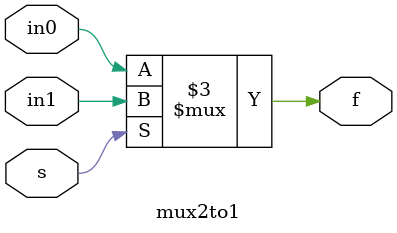
<source format=v>
module mux2to1 (in1, in0, s, f);
    input in1, in0, s;
    output reg f;

    always @(in1 or in0 or s)  //or like always @(in1, in0, s) //or always @(*)
        begin 
            if (s)
                f = in1;
            else
                f = in0;
        end
endmodule
</source>
